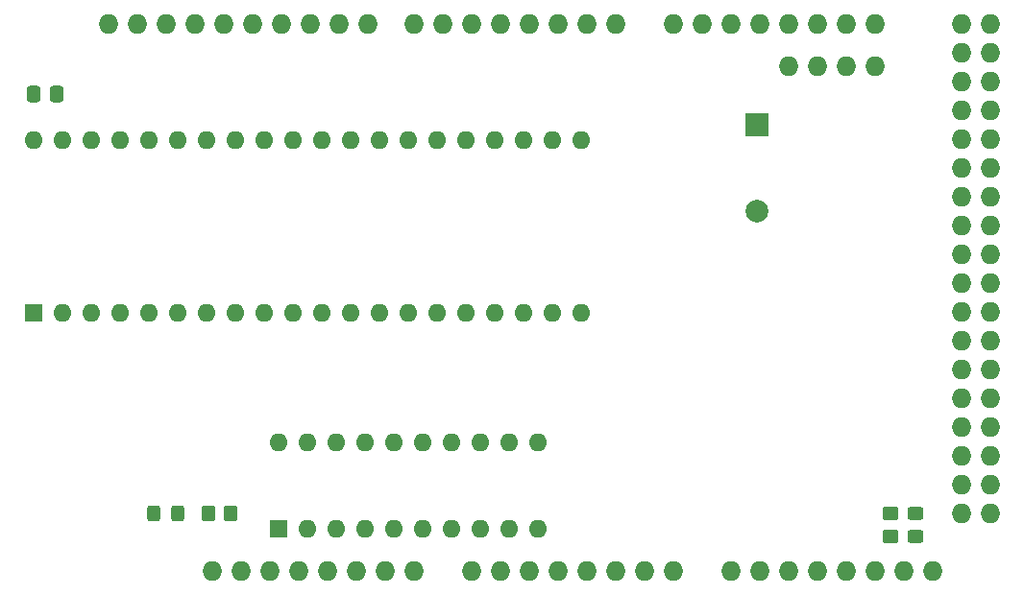
<source format=gts>
%TF.GenerationSoftware,KiCad,Pcbnew,(6.0.7)*%
%TF.CreationDate,2024-05-09T09:52:52-04:00*%
%TF.ProjectId,ard8088,61726438-3038-4382-9e6b-696361645f70,1.1*%
%TF.SameCoordinates,Original*%
%TF.FileFunction,Soldermask,Top*%
%TF.FilePolarity,Negative*%
%FSLAX46Y46*%
G04 Gerber Fmt 4.6, Leading zero omitted, Abs format (unit mm)*
G04 Created by KiCad (PCBNEW (6.0.7)) date 2024-05-09 09:52:52*
%MOMM*%
%LPD*%
G01*
G04 APERTURE LIST*
G04 Aperture macros list*
%AMRoundRect*
0 Rectangle with rounded corners*
0 $1 Rounding radius*
0 $2 $3 $4 $5 $6 $7 $8 $9 X,Y pos of 4 corners*
0 Add a 4 corners polygon primitive as box body*
4,1,4,$2,$3,$4,$5,$6,$7,$8,$9,$2,$3,0*
0 Add four circle primitives for the rounded corners*
1,1,$1+$1,$2,$3*
1,1,$1+$1,$4,$5*
1,1,$1+$1,$6,$7*
1,1,$1+$1,$8,$9*
0 Add four rect primitives between the rounded corners*
20,1,$1+$1,$2,$3,$4,$5,0*
20,1,$1+$1,$4,$5,$6,$7,0*
20,1,$1+$1,$6,$7,$8,$9,0*
20,1,$1+$1,$8,$9,$2,$3,0*%
G04 Aperture macros list end*
%ADD10O,1.727200X1.727200*%
%ADD11RoundRect,0.250000X0.350000X0.450000X-0.350000X0.450000X-0.350000X-0.450000X0.350000X-0.450000X0*%
%ADD12RoundRect,0.250000X-0.325000X-0.450000X0.325000X-0.450000X0.325000X0.450000X-0.325000X0.450000X0*%
%ADD13RoundRect,0.250000X-0.450000X0.350000X-0.450000X-0.350000X0.450000X-0.350000X0.450000X0.350000X0*%
%ADD14R,1.600000X1.600000*%
%ADD15O,1.600000X1.600000*%
%ADD16RoundRect,0.250000X-0.337500X-0.475000X0.337500X-0.475000X0.337500X0.475000X-0.337500X0.475000X0*%
%ADD17RoundRect,0.250000X-0.450000X0.325000X-0.450000X-0.325000X0.450000X-0.325000X0.450000X0.325000X0*%
%ADD18R,2.000000X2.000000*%
%ADD19C,2.000000*%
G04 APERTURE END LIST*
D10*
%TO.C,XA1*%
X175514000Y-69769223D03*
X172974000Y-69769223D03*
X170434000Y-69769223D03*
X167894000Y-69769223D03*
X117094000Y-114300000D03*
X124714000Y-114300000D03*
X127254000Y-114300000D03*
X183134000Y-66040000D03*
X185674000Y-66040000D03*
X139954000Y-114300000D03*
X142494000Y-114300000D03*
X145034000Y-114300000D03*
X147574000Y-114300000D03*
X150114000Y-114300000D03*
X152654000Y-114300000D03*
X155194000Y-114300000D03*
X157734000Y-114300000D03*
X162814000Y-114300000D03*
X165354000Y-114300000D03*
X167894000Y-114300000D03*
X170434000Y-114300000D03*
X172974000Y-114300000D03*
X175514000Y-114300000D03*
X178054000Y-114300000D03*
X180594000Y-114300000D03*
X113030000Y-66040000D03*
X152654000Y-66040000D03*
X150114000Y-66040000D03*
X147574000Y-66040000D03*
X145034000Y-66040000D03*
X142494000Y-66040000D03*
X139954000Y-66040000D03*
X137414000Y-66040000D03*
X134874000Y-66040000D03*
X130810000Y-66040000D03*
X128270000Y-66040000D03*
X125730000Y-66040000D03*
X123190000Y-66040000D03*
X120650000Y-66040000D03*
X118110000Y-66040000D03*
X157734000Y-66040000D03*
X160274000Y-66040000D03*
X162814000Y-66040000D03*
X165354000Y-66040000D03*
X167894000Y-66040000D03*
X170434000Y-66040000D03*
X172974000Y-66040000D03*
X175514000Y-66040000D03*
X183134000Y-68580000D03*
X185674000Y-68580000D03*
X183134000Y-71120000D03*
X185674000Y-71120000D03*
X183134000Y-73660000D03*
X185674000Y-73660000D03*
X183134000Y-76200000D03*
X185674000Y-76200000D03*
X183134000Y-78740000D03*
X185674000Y-78740000D03*
X183134000Y-81280000D03*
X185674000Y-81280000D03*
X183134000Y-83820000D03*
X185674000Y-83820000D03*
X183134000Y-86360000D03*
X185674000Y-86360000D03*
X183134000Y-88900000D03*
X185674000Y-88900000D03*
X183134000Y-91440000D03*
X185674000Y-91440000D03*
X183134000Y-93980000D03*
X185674000Y-93980000D03*
X183134000Y-96520000D03*
X185674000Y-96520000D03*
X183134000Y-99060000D03*
X185674000Y-99060000D03*
X183134000Y-101600000D03*
X185674000Y-101600000D03*
X183134000Y-104140000D03*
X185674000Y-104140000D03*
X183134000Y-106680000D03*
X185674000Y-106680000D03*
X115570000Y-66040000D03*
X129794000Y-114300000D03*
X132334000Y-114300000D03*
X183134000Y-109220000D03*
X185674000Y-109220000D03*
X119634000Y-114300000D03*
X122174000Y-114300000D03*
X107950000Y-66040000D03*
X110490000Y-66040000D03*
X134874000Y-114300000D03*
%TD*%
D11*
%TO.C,R2*%
X118775000Y-109220000D03*
X116775000Y-109220000D03*
%TD*%
D12*
%TO.C,D2*%
X112005000Y-109220000D03*
X114055000Y-109220000D03*
%TD*%
D13*
%TO.C,R1*%
X176906289Y-109220000D03*
X176906289Y-111220000D03*
%TD*%
D14*
%TO.C,U1*%
X101369000Y-91505000D03*
D15*
X103909000Y-91505000D03*
X106449000Y-91505000D03*
X108989000Y-91505000D03*
X111529000Y-91505000D03*
X114069000Y-91505000D03*
X116609000Y-91505000D03*
X119149000Y-91505000D03*
X121689000Y-91505000D03*
X124229000Y-91505000D03*
X126769000Y-91505000D03*
X129309000Y-91505000D03*
X131849000Y-91505000D03*
X134389000Y-91505000D03*
X136929000Y-91505000D03*
X139469000Y-91505000D03*
X142009000Y-91505000D03*
X144549000Y-91505000D03*
X147089000Y-91505000D03*
X149629000Y-91505000D03*
X149629000Y-76265000D03*
X147089000Y-76265000D03*
X144549000Y-76265000D03*
X142009000Y-76265000D03*
X139469000Y-76265000D03*
X136929000Y-76265000D03*
X134389000Y-76265000D03*
X131849000Y-76265000D03*
X129309000Y-76265000D03*
X126769000Y-76265000D03*
X124229000Y-76265000D03*
X121689000Y-76265000D03*
X119149000Y-76265000D03*
X116609000Y-76265000D03*
X114069000Y-76265000D03*
X111529000Y-76265000D03*
X108989000Y-76265000D03*
X106449000Y-76265000D03*
X103909000Y-76265000D03*
X101369000Y-76265000D03*
%TD*%
D16*
%TO.C,C1*%
X101351574Y-72254984D03*
X103426574Y-72254984D03*
%TD*%
D14*
%TO.C,U2*%
X122959000Y-110540000D03*
D15*
X125499000Y-110540000D03*
X128039000Y-110540000D03*
X130579000Y-110540000D03*
X133119000Y-110540000D03*
X135659000Y-110540000D03*
X138199000Y-110540000D03*
X140739000Y-110540000D03*
X143279000Y-110540000D03*
X145819000Y-110540000D03*
X145819000Y-102920000D03*
X143279000Y-102920000D03*
X140739000Y-102920000D03*
X138199000Y-102920000D03*
X135659000Y-102920000D03*
X133119000Y-102920000D03*
X130579000Y-102920000D03*
X128039000Y-102920000D03*
X125499000Y-102920000D03*
X122959000Y-102920000D03*
%TD*%
D17*
%TO.C,D1*%
X179070000Y-109213995D03*
X179070000Y-111263995D03*
%TD*%
D18*
%TO.C,BZ1*%
X165100000Y-74930000D03*
D19*
X165100000Y-82530000D03*
%TD*%
M02*

</source>
